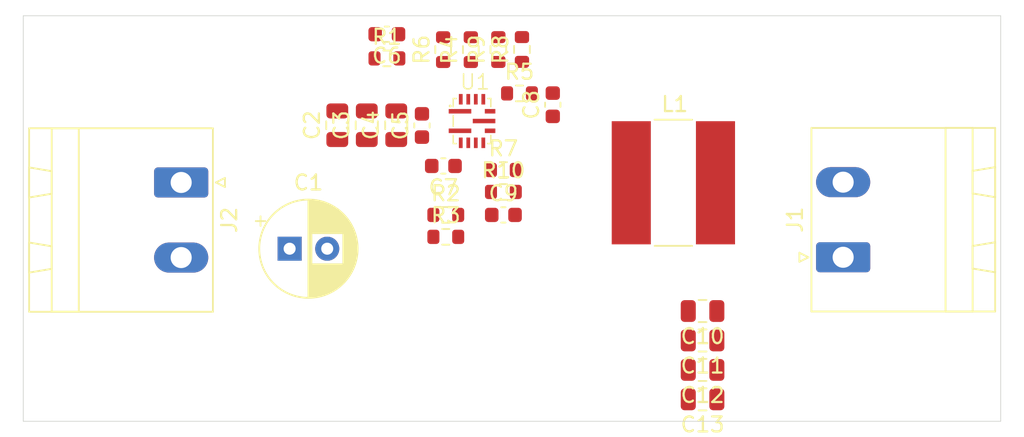
<source format=kicad_pcb>
(kicad_pcb (version 20240108) (generator "pcbnew") (generator_version "8.0")
  (layers (0 "F.Cu" signal) (31 "B.Cu" signal) (34 "B.Paste" user) (35 "F.Paste" user) (36 "B.SilkS" user "B.Silkscreen") (37 "F.SilkS" user "F.Silkscreen") (38 "B.Mask" user) (39 "F.Mask" user) (44 "Edge.Cuts" user))
  (net 0 "")
  (net 1 "GND")
  (net 2 "+24V")
  (net 3 "Net-(U1-EN)")
  (net 4 "VCC")
  (net 5 "Net-(C8-Pad2)")
  (net 6 "Net-(U1-SW)")
  (net 7 "+5V")
  (net 8 "Net-(U1-FB)")
  (net 9 "Net-(U1-VSEL1)")
  (net 10 "Net-(U1-VSEL2)")
  (net 11 "Net-(U1-ILIM)")
  (net 12 "Net-(U1-BST)")
  (net 13 "Net-(U1-PG)")
  (net 14 "Net-(U1-MODE)")
  (footprint "Capacitor_SMD:C_0805_2012Metric" (layer "F.Cu") (at 204.672499 104.24 180)
    (property "Reference" "C13" (at 0 -1.679999 360) (layer "F.SilkS"))
    (property "Value" "22u")
    (fp_line (start -0.261253 0.735) (end 0.261253 0.735) (stroke (width 0.12)) (layer "F.SilkS"))
    (fp_line (start -0.261253 -0.735) (end 0.261253 -0.735) (stroke (width 0.12)) (layer "F.SilkS"))
    (pad "1" smd roundrect (at -0.949999 0 180) (size 1 1.45) (layers "F.Cu" "F.Paste" "F.Mask") (net 7 "+5V"))
    (pad "2" smd roundrect (at 0.949999 0 180) (size 1 1.45) (layers "F.Cu" "F.Paste" "F.Mask") (net 1 "GND"))
  )
  (footprint "Capacitor_SMD:C_0805_2012Metric" (layer "F.Cu") (at 184.3025 85.989999 90)
    (property "Reference" "C4" (at 0 -1.679999 90) (layer "F.SilkS"))
    (property "Value" "10u")
    (fp_line (start -0.261253 -0.735) (end 0.261253 -0.735) (stroke (width 0.12)) (layer "F.SilkS"))
    (fp_line (start -0.261253 0.735) (end 0.261253 0.735) (stroke (width 0.12)) (layer "F.SilkS"))
    (pad "1" smd roundrect (at -0.949999 0 90) (size 1 1.45) (layers "F.Cu" "F.Paste" "F.Mask") (net 2 "+24V"))
    (pad "2" smd roundrect (at 0.949999 0 90) (size 1 1.45) (layers "F.Cu" "F.Paste" "F.Mask") (net 1 "GND"))
  )
  (footprint "Capacitor_SMD:C_0805_2012Metric" (layer "F.Cu") (at 204.672499 100.32 180)
    (property "Reference" "C11" (at 0 -1.679999 360) (layer "F.SilkS"))
    (property "Value" "22u")
    (fp_line (start -0.261253 0.735) (end 0.261253 0.735) (stroke (width 0.12)) (layer "F.SilkS"))
    (fp_line (start -0.261253 -0.735) (end 0.261253 -0.735) (stroke (width 0.12)) (layer "F.SilkS"))
    (pad "1" smd roundrect (at -0.949999 0 180) (size 1 1.45) (layers "F.Cu" "F.Paste" "F.Mask") (net 7 "+5V"))
    (pad "2" smd roundrect (at 0.949999 0 180) (size 1 1.45) (layers "F.Cu" "F.Paste" "F.Mask") (net 1 "GND"))
  )
  (footprint "Resistor_SMD:R_0603_1608Metric" (layer "F.Cu") (at 192.6625 80.945 90)
    (property "Reference" "R8" (at 0 -1.43 90) (layer "F.SilkS"))
    (property "Value" "0")
    (fp_line (start -0.237258 -0.5225) (end 0.237258 -0.5225) (stroke (width 0.12)) (layer "F.SilkS"))
    (fp_line (start -0.237258 0.5225) (end 0.237258 0.5225) (stroke (width 0.12)) (layer "F.SilkS"))
    (pad "1" smd roundrect (at -0.825 0 90) (size 0.8 0.95) (layers "F.Cu" "F.Paste" "F.Mask") (net 14 "Net-(U1-MODE)"))
    (pad "2" smd roundrect (at 0.825 0 90) (size 0.8 0.95) (layers "F.Cu" "F.Paste" "F.Mask") (net 4 "VCC"))
  )
  (footprint "Resistor_SMD:R_0603_1608Metric" (layer "F.Cu") (at 189.2625 80.955 90)
    (property "Reference" "R4" (at 0 -1.43 90) (layer "F.SilkS"))
    (property "Value" "51k")
    (fp_line (start -0.237258 -0.5225) (end 0.237258 -0.5225) (stroke (width 0.12)) (layer "F.SilkS"))
    (fp_line (start -0.237258 0.5225) (end 0.237258 0.5225) (stroke (width 0.12)) (layer "F.SilkS"))
    (pad "1" smd roundrect (at -0.825 0 90) (size 0.8 0.95) (layers "F.Cu" "F.Paste" "F.Mask") (net 11 "Net-(U1-ILIM)"))
    (pad "2" smd roundrect (at 0.825 0 90) (size 0.8 0.95) (layers "F.Cu" "F.Paste" "F.Mask") (net 1 "GND"))
  )
  (footprint "Capacitor_SMD:C_0603_1608Metric" (layer "F.Cu") (at 183.6775 79.93 180)
    (property "Reference" "C6" (at 0 -1.43 360) (layer "F.SilkS"))
    (property "Value" "1n")
    (fp_line (start -0.140581 0.51) (end 0.140581 0.51) (stroke (width 0.12)) (layer "F.SilkS"))
    (fp_line (start -0.140581 -0.51) (end 0.140581 -0.51) (stroke (width 0.12)) (layer "F.SilkS"))
    (pad "1" smd roundrect (at -0.775 0 180) (size 0.9 0.95) (layers "F.Cu" "F.Paste" "F.Mask") (net 3 "Net-(U1-EN)"))
    (pad "2" smd roundrect (at 0.775 0 180) (size 0.9 0.95) (layers "F.Cu" "F.Paste" "F.Mask") (net 1 "GND"))
  )
  (footprint "Resistor_SMD:R_0603_1608Metric" (layer "F.Cu") (at 187.5975 91.96)
    (property "Reference" "R2" (at 0 -1.43 0) (layer "F.SilkS"))
    (property "Value" "10k")
    (fp_line (start -0.237258 -0.5225) (end 0.237258 -0.5225) (stroke (width 0.12)) (layer "F.SilkS"))
    (fp_line (start -0.237258 0.5225) (end 0.237258 0.5225) (stroke (width 0.12)) (layer "F.SilkS"))
    (pad "1" smd roundrect (at -0.825 0) (size 0.8 0.95) (layers "F.Cu" "F.Paste" "F.Mask") (net 4 "VCC"))
    (pad "2" smd roundrect (at 0.825 0) (size 0.8 0.95) (layers "F.Cu" "F.Paste" "F.Mask") (net 9 "Net-(U1-VSEL1)"))
  )
  (footprint "Connector_Phoenix_MSTB:PhoenixContact_MSTBA_2,5_2-G_1x02_P5.00mm_Horizontal" (layer "F.Cu") (at 170 89.8 -90)
    (property "Reference" "J2" (at 2.5 -3.2 90) (layer "F.SilkS"))
    (property "Value" "Conn_01x02")
    (fp_line (start -3.61 10.11) (end 8.61 10.11) (stroke (width 0.12)) (layer "F.SilkS"))
    (fp_line (start -1 10.11) (end 1 10.11) (stroke (width 0.12)) (layer "F.SilkS"))
    (fp_line (start 1 10.11) (end 0.75 8.609999) (stroke (width 0.12)) (layer "F.SilkS"))
    (fp_line (start 4.000001 10.11) (end 6 10.11) (stroke (width 0.12)) (layer "F.SilkS"))
    (fp_line (start 6 10.11) (end 5.75 8.609999) (stroke (width 0.12)) (layer "F.SilkS"))
    (fp_line (start 8.61 10.11) (end 8.61 -2.11) (stroke (width 0.12)) (layer "F.SilkS"))
    (fp_line (start -3.61 8.61) (end -3.61 6.81) (stroke (width 0.12)) (layer "F.SilkS"))
    (fp_line (start 4.25 8.61) (end 4.000001 10.11) (stroke (width 0.12)) (layer "F.SilkS"))
    (fp_line (start 8.61 8.61) (end -3.61 8.61) (stroke (width 0.12)) (layer "F.SilkS"))
    (fp_line (start -0.75 8.609999) (end -1 10.11) (stroke (width 0.12)) (layer "F.SilkS"))
    (fp_line (start 0.75 8.609999) (end -0.75 8.609999) (stroke (width 0.12)) (layer "F.SilkS"))
    (fp_line (start 5.75 8.609999) (end 4.25 8.61) (stroke (width 0.12)) (layer "F.SilkS"))
    (fp_line (start -3.61 6.81) (end 8.61 6.81) (stroke (width 0.12)) (layer "F.SilkS"))
    (fp_line (start 8.61 6.81) (end 8.61 8.61) (stroke (width 0.12)) (layer "F.SilkS"))
    (fp_line (start -3.61 -2.11) (end -3.61 10.11) (stroke (width 0.12)) (layer "F.SilkS"))
    (fp_line (start 8.61 -2.11) (end -3.61 -2.11) (stroke (width 0.12)) (layer "F.SilkS"))
    (fp_line (start 0 -2.31) (end -0.3 -2.91) (stroke (width 0.12)) (layer "F.SilkS"))
    (fp_line (start -0.3 -2.91) (end 0.3 -2.91) (stroke (width 0.12)) (layer "F.SilkS"))
    (fp_line (start 0.3 -2.91) (end 0 -2.31) (stroke (width 0.12)) (layer "F.SilkS"))
    (pad "1" thru_hole roundrect (at 0 0 270) (size 2 3.6) (drill 1.4) (layers "*.Cu" "*.Mask") (roundrect_rratio 0.125) (net 1 "GND"))
    (pad "2" thru_hole oval (at 5 0 270) (size 2 3.6) (drill 1.4) (layers "*.Cu" "*.Mask") (net 2 "+24V"))
  )
  (footprint "Resistor_SMD:R_0603_1608Metric" (layer "F.Cu") (at 183.6825 81.54)
    (property "Reference" "R1" (at 0 -1.43 0) (layer "F.SilkS"))
    (property "Value" "300k")
    (fp_line (start -0.237258 -0.5225) (end 0.237258 -0.5225) (stroke (width 0.12)) (layer "F.SilkS"))
    (fp_line (start -0.237258 0.5225) (end 0.237258 0.5225) (stroke (width 0.12)) (layer "F.SilkS"))
    (pad "1" smd roundrect (at -0.825 0) (size 0.8 0.95) (layers "F.Cu" "F.Paste" "F.Mask") (net 2 "+24V"))
    (pad "2" smd roundrect (at 0.825 0) (size 0.8 0.95) (layers "F.Cu" "F.Paste" "F.Mask") (net 3 "Net-(U1-EN)"))
  )
  (footprint "Inductor_SMD:L_Bourns-SRN8040_8x8.15mm" (layer "F.Cu") (at 202.7325 89.82)
    (property "Reference" "L1" (at 0.09 -5.23 0) (layer "F.SilkS"))
    (property "Value" "4u7")
    (fp_line (start -1.25 4.2) (end 1.25 4.2) (stroke (width 0.12)) (layer "F.SilkS"))
    (fp_line (start 1.25 -4.2) (end -1.25 -4.2) (stroke (width 0.12)) (layer "F.SilkS"))
    (pad "1" smd rect (at -2.8 0) (size 2.6 8.2) (layers "F.Cu" "F.Paste" "F.Mask") (net 6 "Net-(U1-SW)"))
    (pad "2" smd rect (at 2.8 0) (size 2.6 8.2) (layers "F.Cu" "F.Paste" "F.Mask") (net 7 "+5V"))
  )
  (footprint "Resistor_SMD:R_0603_1608Metric" (layer "F.Cu") (at 191.4275 90.43)
    (property "Reference" "R10" (at 0 -1.43 0) (layer "F.SilkS"))
    (property "Value" "100k")
    (fp_line (start -0.237258 -0.5225) (end 0.237258 -0.5225) (stroke (width 0.12)) (layer "F.SilkS"))
    (fp_line (start -0.237258 0.5225) (end 0.237258 0.5225) (stroke (width 0.12)) (layer "F.SilkS"))
    (pad "1" smd roundrect (at -0.825 0) (size 0.8 0.95) (layers "F.Cu" "F.Paste" "F.Mask") (net 7 "+5V"))
    (pad "2" smd roundrect (at 0.825 0) (size 0.8 0.95) (layers "F.Cu" "F.Paste" "F.Mask") (net 8 "Net-(U1-FB)"))
  )
  (footprint "Capacitor_THT:CP_Radial_D6.3mm_P2.50mm" (layer "F.Cu") (at 177.2125 94.21)
    (property "Reference" "C1" (at 1.25 -4.4 0) (layer "F.SilkS"))
    (property "Value" "100u")
    (fp_line (start -2.250241 -1.839) (end -1.620241 -1.839) (stroke (width 0.12)) (layer "F.SilkS"))
    (fp_line (start -1.935241 -2.154) (end -1.935241 -1.524) (stroke (width 0.12)) (layer "F.SilkS"))
    (fp_line (start 1.25 -3.23) (end 1.25 3.23) (stroke (width 0.12)) (layer "F.SilkS"))
    (fp_line (start 1.29 -3.23) (end 1.29 3.23) (stroke (width 0.12)) (layer "F.SilkS"))
    (fp_line (start 1.33 -3.23) (end 1.33 3.23) (stroke (width 0.12)) (layer "F.SilkS"))
    (fp_line (start 1.37 -3.228) (end 1.37 3.228) (stroke (width 0.12)) (layer "F.SilkS"))
    (fp_line (start 1.41 -3.227) (end 1.41 3.227) (stroke (width 0.12)) (layer "F.SilkS"))
    (fp_line (start 1.45 -3.224) (end 1.45 3.224) (stroke (width 0.12)) (layer "F.SilkS"))
    (fp_line (start 1.49 -3.222) (end 1.49 -1.04) (stroke (width 0.12)) (layer "F.SilkS"))
    (fp_line (start 1.49 1.04) (end 1.49 3.222) (stroke (width 0.12)) (layer "F.SilkS"))
    (fp_line (start 1.53 -3.218) (end 1.53 -1.04) (stroke (width 0.12)) (layer "F.SilkS"))
    (fp_line (start 1.53 1.04) (end 1.53 3.218) (stroke (width 0.12)) (layer "F.SilkS"))
    (fp_line (start 1.57 -3.215) (end 1.57 -1.04) (stroke (width 0.12)) (layer "F.SilkS"))
    (fp_line (start 1.57 1.04) (end 1.57 3.215) (stroke (width 0.12)) (layer "F.SilkS"))
    (fp_line (start 1.61 -3.211) (end 1.61 -1.04) (stroke (width 0.12)) (layer "F.SilkS"))
    (fp_line (start 1.61 1.04) (end 1.61 3.211) (stroke (width 0.12)) (layer "F.SilkS"))
    (fp_line (start 1.65 -3.206) (end 1.65 -1.04) (stroke (width 0.12)) (layer "F.SilkS"))
    (fp_line (start 1.65 1.04) (end 1.65 3.206) (stroke (width 0.12)) (layer "F.SilkS"))
    (fp_line (start 1.69 -3.201) (end 1.69 -1.04) (stroke (width 0.12)) (layer "F.SilkS"))
    (fp_line (start 1.69 1.04) (end 1.69 3.201) (stroke (width 0.12)) (layer "F.SilkS"))
    (fp_line (start 1.73 -3.195) (end 1.73 -1.04) (stroke (width 0.12)) (layer "F.SilkS"))
    (fp_line (start 1.73 1.04) (end 1.73 3.195) (stroke (width 0.12)) (layer "F.SilkS"))
    (fp_line (start 1.77 -3.189) (end 1.77 -1.04) (stroke (width 0.12)) (layer "F.SilkS"))
    (fp_line (start 1.77 1.04) (end 1.77 3.189) (stroke (width 0.12)) (layer "F.SilkS"))
    (fp_line (start 1.81 -3.182) (end 1.81 -1.04) (stroke (width 0.12)) (layer "F.SilkS"))
    (fp_line (start 1.81 1.04) (end 1.81 3.182) (stroke (width 0.12)) (layer "F.SilkS"))
    (fp_line (start 1.85 -3.175) (end 1.85 -1.04) (stroke (width 0.12)) (layer "F.SilkS"))
    (fp_line (start 1.85 1.04) (end 1.85 3.175) (stroke (width 0.12)) (layer "F.SilkS"))
    (fp_line (start 1.89 -3.167) (end 1.89 -1.04) (stroke (width 0.12)) (layer "F.SilkS"))
    (fp_line (start 1.89 1.04) (end 1.89 3.167) (stroke (width 0.12)) (layer "F.SilkS"))
    (fp_line (start 1.93 -3.159) (end 1.93 -1.04) (stroke (width 0.12)) (layer "F.SilkS"))
    (fp_line (start 1.93 1.04) (end 1.93 3.159) (stroke (width 0.12)) (layer "F.SilkS"))
    (fp_line (start 1.971 -3.15) (end 1.971 -1.04) (stroke (width 0.12)) (layer "F.SilkS"))
    (fp_line (start 1.971 1.04) (end 1.971 3.15) (stroke (width 0.12)) (layer "F.SilkS"))
    (fp_line (start 2.011 -3.141) (end 2.011 -1.04) (stroke (width 0.12)) (layer "F.SilkS"))
    (fp_line (start 2.011 1.04) (end 2.011 3.141) (stroke (width 0.12)) (layer "F.SilkS"))
    (fp_line (start 2.051 -3.131) (end 2.051 -1.04) (stroke (width 0.12)) (layer "F.SilkS"))
    (fp_line (start 2.051 1.04) (end 2.051 3.131) (stroke (width 0.12)) (layer "F.SilkS"))
    (fp_line (start 2.091 -3.121) (end 2.091 -1.04) (stroke (width 0.12)) (layer "F.SilkS"))
    (fp_line (start 2.091 1.04) (end 2.091 3.121) (stroke (width 0.12)) (layer "F.SilkS"))
    (fp_line (start 2.131 -3.11) (end 2.131 -1.04) (stroke (width 0.12)) (layer "F.SilkS"))
    (fp_line (start 2.131 1.04) (end 2.131 3.11) (stroke (width 0.12)) (layer "F.SilkS"))
    (fp_line (start 2.171 -3.098) (end 2.171 -1.04) (stroke (width 0.12)) (layer "F.SilkS"))
    (fp_line (start 2.171 1.04) (end 2.171 3.098) (stroke (width 0.12)) (layer "F.SilkS"))
    (fp_line (start 2.211 -3.086) (end 2.211 -1.04) (stroke (width 0.12)) (layer "F.SilkS"))
    (fp_line (start 2.211 1.04) (end 2.211 3.086) (stroke (width 0.12)) (layer "F.SilkS"))
    (fp_line (start 2.251 -3.074) (end 2.251 -1.04) (stroke (width 0.12)) (layer "F.SilkS"))
    (fp_line (start 2.251 1.04) (end 2.251 3.074) (stroke (width 0.12)) (layer "F.SilkS"))
    (fp_line (start 2.291 -3.061) (end 2.291 -1.04) (stroke (width 0.12)) (layer "F.SilkS"))
    (fp_line (start 2.291 1.04) (end 2.291 3.061) (stroke (width 0.12)) (layer "F.SilkS"))
    (fp_line (start 2.331 -3.047) (end 2.331 -1.04) (stroke (width 0.12)) (layer "F.SilkS"))
    (fp_line (start 2.331 1.04) (end 2.331 3.047) (stroke (width 0.12)) (layer "F.SilkS"))
    (fp_line (start 2.371 -3.033) (end 2.371 -1.04) (stroke (width 0.12)) (layer "F.SilkS"))
    (fp_line (start 2.371 1.04) (end 2.371 3.033) (stroke (width 0.12)) (layer "F.SilkS"))
    (fp_line (start 2.411 -3.018) (end 2.411 -1.04) (stroke (width 0.12)) (layer "F.SilkS"))
    (fp_line (start 2.411 1.04) (end 2.411 3.018) (stroke (width 0.12)) (layer "F.SilkS"))
    (fp_line (start 2.451 -3.002) (end 2.451 -1.04) (stroke (width 0.12)) (layer "F.SilkS"))
    (fp_line (start 2.451 1.04) (end 2.451 3.002) (stroke (width 0.12)) (layer "F.SilkS"))
    (fp_line (start 2.491 -2.986) (end 2.491 -1.04) (stroke (width 0.12)) (layer "F.SilkS"))
    (fp_line (start 2.491 1.04) (end 2.491 2.986) (stroke (width 0.12)) (layer "F.SilkS"))
    (fp_line (start 2.531 -2.97) (end 2.531 -1.04) (stroke (width 0.12)) (layer "F.SilkS"))
    (fp_line (start 2.531 1.04) (end 2.531 2.97) (stroke (width 0.12)) (layer "F.SilkS"))
    (fp_line (start 2.571 -2.952) (end 2.571 -1.04) (stroke (width 0.12)) (layer "F.SilkS"))
    (fp_line (start 2.571 1.04) (end 2.571 2.952) (stroke (width 0.12)) (layer "F.SilkS"))
    (fp_line (start 2.611 -2.934) (end 2.611 -1.04) (stroke (width 0.12)) (layer "F.SilkS"))
    (fp_line (start 2.611 1.04) (end 2.611 2.934) (stroke (width 0.12)) (layer "F.SilkS"))
    (fp_line (start 2.651 -2.916) (end 2.651 -1.04) (stroke (width 0.12)) (layer "F.SilkS"))
    (fp_line (start 2.651 1.04) (end 2.651 2.916) (stroke (width 0.12)) (layer "F.SilkS"))
    (fp_line (start 2.691 -2.896) (end 2.691 -1.04) (stroke (width 0.12)) (layer "F.SilkS"))
    (fp_line (start 2.691 1.04) (end 2.691 2.896) (stroke (width 0.12)) (layer "F.SilkS"))
    (fp_line (start 2.731 -2.876) (end 2.731 -1.04) (stroke (width 0.12)) (layer "F.SilkS"))
    (fp_line (start 2.731 1.04) (end 2.731 2.876) (stroke (width 0.12)) (layer "F.SilkS"))
    (fp_line (start 2.771 -2.856) (end 2.771 -1.04) (stroke (width 0.12)) (layer "F.SilkS"))
    (fp_line (start 2.771 1.04) (end 2.771 2.856) (stroke (width 0.12)) (layer "F.SilkS"))
    (fp_line (start 2.811 -2.834) (end 2.811 -1.04) (stroke (width 0.12)) (layer "F.SilkS"))
    (fp_line (start 2.811 1.04) (end 2.811 2.834) (stroke (width 0.12)) (layer "F.SilkS"))
    (fp_line (start 2.851 -2.812) (end 2.851 -1.04) (stroke (width 0.12)) (layer "F.SilkS"))
    (fp_line (start 2.851 1.04) (end 2.851 2.812) (stroke (width 0.12)) (layer "F.SilkS"))
    (fp_line (start 2.891 -2.79) (end 2.891 -1.04) (stroke (width 0.12)) (layer "F.SilkS"))
    (fp_line (start 2.891 1.04) (end 2.891 2.79) (stroke (width 0.12)) (layer "F.SilkS"))
    (fp_line (start 2.931 -2.766) (end 2.931 -1.04) (stroke (width 0.12)) (layer "F.SilkS"))
    (fp_line (start 2.931 1.04) (end 2.931 2.766) (stroke (width 0.12)) (layer "F.SilkS"))
    (fp_line (start 2.971 -2.742) (end 2.971 -1.04) (stroke (width 0.12)) (layer "F.SilkS"))
    (fp_line (start 2.971 1.04) (end 2.971 2.742) (stroke (width 0.12)) (layer "F.SilkS"))
    (fp_line (start 3.011 -2.716) (end 3.011 -1.04) (stroke (width 0.12)) (layer "F.SilkS"))
    (fp_line (start 3.011 1.04) (end 3.011 2.716) (stroke (width 0.12)) (layer "F.SilkS"))
    (fp_line (start 3.051 -2.69) (end 3.051 -1.04) (stroke (width 0.12)) (layer "F.SilkS"))
    (fp_line (start 3.051 1.04) (end 3.051 2.69) (stroke (width 0.12)) (layer "F.SilkS"))
    (fp_line (start 3.091 -2.664) (end 3.091 -1.04) (stroke (width 0.12)) (layer "F.SilkS"))
    (fp_line (start 3.091 1.04) (end 3.091 2.664) (stroke (width 0.12)) (layer "F.SilkS"))
    (fp_line (start 3.131 -2.636) (end 3.131 -1.04) (stroke (width 0.12)) (layer "F.SilkS"))
    (fp_line (start 3.131 1.04) (end 3.131 2.636) (stroke (width 0.12)) (layer "F.SilkS"))
    (fp_line (start 3.171 -2.607) (end 3.171 -1.04) (stroke (width 0.12)) (layer "F.SilkS"))
    (fp_line (start 3.171 1.04) (end 3.171 2.607) (stroke (width 0.12)) (layer "F.SilkS"))
    (fp_line (start 3.211 -2.578) (end 3.211 -1.04) (stroke (width 0.12)) (layer "F.SilkS"))
    (fp_line (start 3.211 1.04) (end 3.211 2.578) (stroke (width 0.12)) (layer "F.SilkS"))
    (fp_line (start 3.251 -2.548) (end 3.251 -1.04) (stroke (width 0.12)) (layer "F.SilkS"))
    (fp_line (start 3.251 1.04) (end 3.251 2.548) (stroke (width 0.12)) (layer "F.SilkS"))
    (fp_line (start 3.291 -2.516) (end 3.291 -1.04) (stroke (width 0.12)) (layer "F.SilkS"))
    (fp_line (start 3.291 1.04) (end 3.291 2.516) (stroke (width 0.12)) (layer "F.SilkS"))
    (fp_line (start 3.331 -2.484) (end 3.331 -1.04) (stroke (width 0.12)) (layer "F.SilkS"))
    (fp_line (start 3.331 1.04) (end 3.331 2.484) (stroke (width 0.12)) (layer "F.SilkS"))
    (fp_line (start 3.371 -2.45) (end 3.371 -1.04) (stroke (width 0.12)) (layer "F.SilkS"))
    (fp_line (start 3.371 1.04) (end 3.371 2.45) (stroke (width 0.12)) (layer "F.SilkS"))
    (fp_line (start 3.411 -2.416) (end 3.411 -1.04) (stroke (width 0.12)) (layer "F.SilkS"))
    (fp_line (start 3.411 1.04) (end 3.411 2.416) (stroke (width 0.12)) (layer "F.SilkS"))
    (fp_line (start 3.451 -2.38) (end 3.451 -1.04) (stroke (width 0.12)) (layer "F.SilkS"))
    (fp_line (start 3.451 1.04) (end 3.451 2.38) (stroke (width 0.12)) (layer "F.SilkS"))
    (fp_line (start 3.491 -2.343) (end 3.491 -1.04) (stroke (width 0.12)) (layer "F.SilkS"))
    (fp_line (start 3.491 1.04) (end 3.491 2.343) (stroke (width 0.12)) (layer "F.SilkS"))
    (fp_line (start 3.531 -2.305) (end 3.531 -1.04) (stroke (width 0.12)) (layer "F.SilkS"))
    (fp_line (start 3.531 1.04) (end 3.531 2.305) (stroke (width 0.12)) (layer "F.SilkS"))
    (fp_line (start 3.571 -2.265) (end 3.571 2.265) (stroke (width 0.12)) (layer "F.SilkS"))
    (fp_line (start 3.611 -2.224) (end 3.611 2.224) (stroke (width 0.12)) (layer "F.SilkS"))
    (fp_line (start 3.651 -2.182) (end 3.651 2.182) (stroke (width 0.12)) (layer "F.SilkS"))
    (fp_line (start 3.691 -2.137) (end 3.691 2.137) (stroke (width 0.12)) (layer "F.SilkS"))
    (fp_line (start 3.731 -2.092) (end 3.731 2.092) (stroke (width 0.12)) (layer "F.SilkS"))
    (fp_line (start 3.771 -2.044) (end 3.771 2.044) (stroke (width 0.12)) (layer "F.SilkS"))
    (fp_line (start 3.811 -1.995) (end 3.811 1.995) (stroke (width 0.12)) (layer "F.SilkS"))
    (fp_line (start 3.851 -1.944) (end 3.851 1.944) (stroke (width 0.12)) (layer "F.SilkS"))
    (fp_line (start 3.891 -1.89) (end 3.891 1.89) (stroke (width 0.12)) (layer "F.SilkS"))
    (fp_line (start 3.931 -1.834) (end 3.931 1.834) (stroke (width 0.12)) (layer "F.SilkS"))
    (fp_line (start 3.971 -1.776) (end 3.971 1.776) (stroke (width 0.12)) (layer "F.SilkS"))
    (fp_line (start 4.011 -1.714) (end 4.011 1.714) (stroke (width 0.12)) (layer "F.SilkS"))
    (fp_line (start 4.051 -1.65) (end 4.051 1.65) (stroke (width 0.12)) (layer "F.SilkS"))
    (fp_line (start 4.091 -1.581) (end 4.091 1.581) (stroke (width 0.12)) (layer "F.SilkS"))
    (fp_line (start 4.131 -1.509) (end 4.131 1.509) (stroke (width 0.12)) (layer "F.SilkS"))
    (fp_line (start 4.171 -1.432) (end 4.171 1.432) (stroke (width 0.12)) (layer "F.SilkS"))
    (fp_line (start 4.211 -1.35) (end 4.211 1.35) (stroke (width 0.12)) (layer "F.SilkS"))
    (fp_line (start 4.251 -1.262) (end 4.251 1.262) (stroke (width 0.12)) (layer "F.SilkS"))
    (fp_line (start 4.291 -1.165) (end 4.291 1.165) (stroke (width 0.12)) (layer "F.SilkS"))
    (fp_line (start 4.331 -1.059) (end 4.331 1.059) (stroke (width 0.12)) (layer "F.SilkS"))
    (fp_line (start 4.371 -0.94) (end 4.371 0.94) (stroke (width 0.12)) (layer "F.SilkS"))
    (fp_line (start 4.411 -0.802) (end 4.411 0.802) (stroke (width 0.12)) (layer "F.SilkS"))
    (fp_line (start 4.451 -0.633) (end 4.451 0.633) (stroke (width 0.12)) (layer "F.SilkS"))
    (fp_line (start 4.491 -0.402) (end 4.491 0.402) (stroke (width 0.12)) (layer "F.SilkS"))
    (fp_circle (center 1.25 0) (end 4.52 0) (stroke (width 0.12)) (fill none) (layer "F.SilkS"))
    (pad "1" thru_hole rect (at 0 0) (size 1.6 1.6) (drill 0.8) (layers "*.Cu" "*.Mask") (net 2 "+24V"))
    (pad "2" thru_hole circle (at 2.5 0) (size 1.6 1.6) (drill 0.8) (layers "*.Cu" "*.Mask") (net 1 "GND"))
  )
  (footprint "Capacitor_SMD:C_0603_1608Metric" (layer "F.Cu") (at 194.7125 84.625 90)
    (property "Reference" "C8" (at 0 -1.43 90) (layer "F.SilkS"))
    (property "Value" "1u")
    (fp_line (start -0.140581 -0.51) (end 0.140581 -0.51) (stroke (width 0.12)) (layer "F.SilkS"))
    (fp_line (start -0.140581 0.51) (end 0.140581 0.51) (stroke (width 0.12)) (layer "F.SilkS"))
    (pad "1" smd roundrect (at -0.775 0 90) (size 0.9 0.95) (layers "F.Cu" "F.Paste" "F.Mask") (net 6 "Net-(U1-SW)"))
    (pad "2" smd roundrect (at 0.775 0 90) (size 0.9 0.95) (layers "F.Cu" "F.Paste" "F.Mask") (net 5 "Net-(C8-Pad2)"))
  )
  (footprint "Resistor_SMD:R_0603_1608Metric" (layer "F.Cu") (at 187.5975 93.42)
    (property "Reference" "R3" (at 0 -1.43 0) (layer "F.SilkS"))
    (property "Value" "10k")
    (fp_line (start -0.237258 -0.5225) (end 0.237258 -0.5225) (stroke (width 0.12)) (layer "F.SilkS"))
    (fp_line (start -0.237258 0.5225) (end 0.237258 0.5225) (stroke (width 0.12)) (layer "F.SilkS"))
    (pad "1" smd roundrect (at -0.825 0) (size 0.8 0.95) (layers "F.Cu" "F.Paste" "F.Mask") (net 4 "VCC"))
    (pad "2" smd roundrect (at 0.825 0) (size 0.8 0.95) (layers "F.Cu" "F.Paste" "F.Mask") (net 10 "Net-(U1-VSEL2)"))
  )
  (footprint "Connector_Phoenix_MSTB:PhoenixContact_MSTBA_2,5_2-G_1x02_P5.00mm_Horizontal" (layer "F.Cu") (at 214.0225 94.78 90)
    (property "Reference" "J1" (at 2.5 -3.2 90) (layer "F.SilkS"))
    (property "Value" "Conn_01x02")
    (fp_line (start 0.3 -2.91) (end 0 -2.31) (stroke (width 0.12)) (layer "F.SilkS"))
    (fp_line (start -0.3 -2.91) (end 0.3 -2.91) (stroke (width 0.12)) (layer "F.SilkS"))
    (fp_line (start 0 -2.31) (end -0.3 -2.91) (stroke (width 0.12)) (layer "F.SilkS"))
    (fp_line (start 8.61 -2.11) (end -3.61 -2.11) (stroke (width 0.12)) (layer "F.SilkS"))
    (fp_line (start -3.61 -2.11) (end -3.61 10.11) (stroke (width 0.12)) (layer "F.SilkS"))
    (fp_line (start 8.61 6.81) (end 8.61 8.61) (stroke (width 0.12)) (layer "F.SilkS"))
    (fp_line (start -3.61 6.81) (end 8.61 6.81) (stroke (width 0.12)) (layer "F.SilkS"))
    (fp_line (start 5.75 8.609999) (end 4.25 8.61) (stroke (width 0.12)) (layer "F.SilkS"))
    (fp_line (start 0.75 8.609999) (end -0.75 8.609999) (stroke (width 0.12)) (layer "F.SilkS"))
    (fp_line (start -0.75 8.609999) (end -1 10.11) (stroke (width 0.12)) (layer "F.SilkS"))
    (fp_line (start 8.61 8.61) (end -3.61 8.61) (stroke (width 0.12)) (layer "F.SilkS"))
    (fp_line (start 4.25 8.61) (end 4.000001 10.11) (stroke (width 0.12)) (layer "F.SilkS"))
    (fp_line (start -3.61 8.61) (end -3.61 6.81) (stroke (width 0.12)) (layer "F.SilkS"))
    (fp_line (start 8.61 10.11) (end 8.61 -2.11) (stroke (width 0.12)) (layer "F.SilkS"))
    (fp_line (start 6 10.11) (end 5.75 8.609999) (stroke (width 0.12)) (layer "F.SilkS"))
    (fp_line (start 4.000001 10.11) (end 6 10.11) (stroke (width 0.12)) (layer "F.SilkS"))
    (fp_line (start 1 10.11) (end 0.75 8.609999) (stroke (width 0.12)) (layer "F.SilkS"))
    (fp_line (start -1 10.11) (end 1 10.11) (stroke (width 0.12)) (layer "F.SilkS"))
    (fp_line (start -3.61 10.11) (end 8.61 10.11) (stroke (width 0.12)) (layer "F.SilkS"))
    (pad "1" thru_hole roundrect (at 0 0 90) (size 2 3.6) (drill 1.4) (layers "*.Cu" "*.Mask") (roundrect_rratio 0.125) (net 1 "GND"))
    (pad "2" thru_hole oval (at 5 0 90) (size 2 3.6) (drill 1.4) (layers "*.Cu" "*.Mask") (net 7 "+5V"))
  )
  (footprint "Resistor_SMD:R_0603_1608Metric" (layer "F.Cu") (at 191.4275 88.97)
    (property "Reference" "R7" (at 0 -1.43 0) (layer "F.SilkS"))
    (property "Value" "11k")
    (fp_line (start -0.237258 -0.5225) (end 0.237258 -0.5225) (stroke (width 0.12)) (layer "F.SilkS"))
    (fp_line (start -0.237258 0.5225) (end 0.237258 0.5225) (stroke (width 0.12)) (layer "F.SilkS"))
    (pad "1" smd roundrect (at -0.825 0) (size 0.8 0.95) (layers "F.Cu" "F.Paste" "F.Mask") (net 8 "Net-(U1-FB)"))
    (pad "2" smd roundrect (at 0.825 0) (size 0.8 0.95) (layers "F.Cu" "F.Paste" "F.Mask") (net 1 "GND"))
  )
  (footprint "Resistor_SMD:R_0603_1608Metric" (layer "F.Cu") (at 187.4225 80.955 90)
    (property "Reference" "R6" (at 0 -1.43 90) (layer "F.SilkS"))
    (property "Value" "10k")
    (fp_line (start -0.237258 -0.5225) (end 0.237258 -0.5225) (stroke (width 0.12)) (layer "F.SilkS"))
    (fp_line (start -0.237258 0.5225) (end 0.237258 0.5225) (stroke (width 0.12)) (layer "F.SilkS"))
    (pad "1" smd roundrect (at -0.825 0 90) (size 0.8 0.95) (layers "F.Cu" "F.Paste" "F.Mask") (net 13 "Net-(U1-PG)"))
    (pad "2" smd roundrect (at 0.825 0 90) (size 0.8 0.95) (layers "F.Cu" "F.Paste" "F.Mask") (net 4 "VCC"))
  )
  (footprint "Capacitor_SMD:C_0603_1608Metric" (layer "F.Cu") (at 191.4275 91.96)
    (property "Reference" "C9" (at 0 -1.43 0) (layer "F.SilkS"))
    (property "Value" "22p")
    (fp_line (start -0.14058 -0.51) (end 0.14058 -0.51) (stroke (width 0.12)) (layer "F.SilkS"))
    (fp_line (start -0.14058 0.51) (end 0.14058 0.51) (stroke (width 0.12)) (layer "F.SilkS"))
    (pad "1" smd roundrect (at -0.775 0) (size 0.9 0.95) (layers "F.Cu" "F.Paste" "F.Mask") (net 7 "+5V"))
    (pad "2" smd roundrect (at 0.775 0) (size 0.9 0.95) (layers "F.Cu" "F.Paste" "F.Mask") (net 8 "Net-(U1-FB)"))
  )
  (footprint "Capacitor_SMD:C_0805_2012Metric" (layer "F.Cu") (at 182.3425 85.990001 90)
    (property "Reference" "C3" (at 0 -1.679999 90) (layer "F.SilkS"))
    (property "Value" "10u")
    (fp_line (start -0.261253 -0.735) (end 0.261253 -0.735) (stroke (width 0.12)) (layer "F.SilkS"))
    (fp_line (start -0.261253 0.735) (end 0.261253 0.735) (stroke (width 0.12)) (layer "F.SilkS"))
    (pad "1" smd roundrect (at -0.949999 0 90) (size 1 1.45) (layers "F.Cu" "F.Paste" "F.Mask") (net 2 "+24V"))
    (pad "2" smd roundrect (at 0.949999 0 90) (size 1 1.45) (layers "F.Cu" "F.Paste" "F.Mask") (net 1 "GND"))
  )
  (footprint "Capacitor_SMD:C_0805_2012Metric" (layer "F.Cu") (at 204.672499 98.36 180)
    (property "Reference" "C10" (at 0 -1.679999 360) (layer "F.SilkS"))
    (property "Value" "22u")
    (fp_line (start -0.261253 0.735) (end 0.261253 0.735) (stroke (width 0.12)) (layer "F.SilkS"))
    (fp_line (start -0.261253 -0.735) (end 0.261253 -0.735) (stroke (width 0.12)) (layer "F.SilkS"))
    (pad "1" smd roundrect (at -0.949999 0 180) (size 1 1.45) (layers "F.Cu" "F.Paste" "F.Mask") (net 7 "+5V"))
    (pad "2" smd roundrect (at 0.949999 0 180) (size 1 1.45) (layers "F.Cu" "F.Paste" "F.Mask") (net 1 "GND"))
  )
  (footprint "Capacitor_SMD:C_0805_2012Metric" (layer "F.Cu") (at 204.6725 102.28 180)
    (property "Reference" "C12" (at 0 -1.679999 360) (layer "F.SilkS"))
    (property "Value" "22u")
    (fp_line (start -0.261253 0.735) (end 0.261253 0.735) (stroke (width 0.12)) (layer "F.SilkS"))
    (fp_line (start -0.261253 -0.735) (end 0.261253 -0.735) (stroke (width 0.12)) (layer "F.SilkS"))
    (pad "1" smd roundrect (at -0.949999 0 180) (size 1 1.45) (layers "F.Cu" "F.Paste" "F.Mask") (net 7 "+5V"))
    (pad "2" smd roundrect (at 0.949999 0 180) (size 1 1.45) (layers "F.Cu" "F.Paste" "F.Mask") (net 1 "GND"))
  )
  (footprint "Capacitor_SMD:C_0603_1608Metric" (layer "F.Cu") (at 186.0125 86.005 90)
    (property "Reference" "C5" (at 0 -1.43 90) (layer "F.SilkS"))
    (property "Value" "100n")
    (fp_line (start -0.140581 -0.51) (end 0.140581 -0.51) (stroke (width 0.12)) (layer "F.SilkS"))
    (fp_line (start -0.140581 0.51) (end 0.140581 0.51) (stroke (width 0.12)) (layer "F.SilkS"))
    (pad "1" smd roundrect (at -0.775 0 90) (size 0.9 0.95) (layers "F.Cu" "F.Paste" "F.Mask") (net 2 "+24V"))
    (pad "2" smd roundrect (at 0.775 0 90) (size 0.9 0.95) (layers "F.Cu" "F.Paste" "F.Mask") (net 1 "GND"))
  )
  (footprint "Capacitor_SMD:C_0805_2012Metric" (layer "F.Cu") (at 180.3825 85.990001 90)
    (property "Reference" "C2" (at 0 -1.679999 90) (layer "F.SilkS"))
    (property "Value" "10u")
    (fp_line (start -0.261253 -0.735) (end 0.261253 -0.735) (stroke (width 0.12)) (layer "F.SilkS"))
    (fp_line (start -0.261253 0.735) (end 0.261253 0.735) (stroke (width 0.12)) (layer "F.SilkS"))
    (pad "1" smd roundrect (at -0.949999 0 90) (size 1 1.45) (layers "F.Cu" "F.Paste" "F.Mask") (net 2 "+24V"))
    (pad "2" smd roundrect (at 0.949999 0 90) (size 1 1.45) (layers "F.Cu" "F.Paste" "F.Mask") (net 1 "GND"))
  )
  (footprint "Resistor_SMD:R_0603_1608Metric" (layer "F.Cu") (at 192.4975 83.87)
    (property "Reference" "R5" (at 0 -1.43 0) (layer "F.SilkS"))
    (property "Value" "0")
    (fp_line (start -0.237258 -0.5225) (end 0.237258 -0.5225) (stroke (width 0.12)) (layer "F.SilkS"))
    (fp_line (start -0.237258 0.5225) (end 0.237258 0.5225) (stroke (width 0.12)) (layer "F.SilkS"))
    (pad "1" smd roundrect (at -0.825 0) (size 0.8 0.95) (layers "F.Cu" "F.Paste" "F.Mask") (net 12 "Net-(U1-BST)"))
    (pad "2" smd roundrect (at 0.825 0) (size 0.8 0.95) (layers "F.Cu" "F.Paste" "F.Mask") (net 5 "Net-(C8-Pad2)"))
  )
  (footprint "HK:QFN-13_HK" (layer "F.Cu") (at 189.3425 85.71)
    (property "Reference" "U1" (at 0.2 -2.6 0) (layer "F.SilkS") (effects (font (thickness 0.1))))
    (property "Value" "MP2491C")
    (fp_line (start -1.25 -1.5) (end -1.25 -0.95) (stroke (width 0.1)) (layer "F.SilkS"))
    (fp_line (start -1.25 -1.5) (end -1.05 -1.5) (stroke (width 0.1)) (layer "F.SilkS"))
    (fp_line (start -1.25 -0.35) (end -1.25 0.35) (stroke (width 0.1)) (layer "F.SilkS"))
    (fp_line (start -1.25 0.95) (end -1.25 1.5) (stroke (width 0.1)) (layer "F.SilkS"))
    (fp_line (start -1.25 1.5) (end -1.05 1.5) (stroke (width 0.1)) (layer "F.SilkS"))
    (fp_line (start 1.05 -1.5) (end 1.25 -1.5) (stroke (width 0.1)) (layer "F.SilkS"))
    (fp_line (start 1.05 1.5) (end 1.25 1.5) (stroke (width 0.1)) (layer "F.SilkS"))
    (fp_line (start 1.25 -1.5) (end 1.25 -0.95) (stroke (width 0.1)) (layer "F.SilkS"))
    (fp_line (start 1.25 0.95) (end 1.25 1.5) (stroke (width 0.1)) (layer "F.SilkS"))
    (fp_circle (center -1.45 -1) (end -1.4 -1) (stroke (width 0.1)) (fill none) (layer "F.SilkS"))
    (pad "1" smd rect (at -0.8 -0.65) (size 1.5 0.3) (layers "F.Cu" "F.Paste" "F.Mask") (net 2 "+24V"))
    (pad "2" smd rect (at -0.8 0.65) (size 1.5 0.3) (layers "F.Cu" "F.Paste" "F.Mask") (net 1 "GND"))
    (pad "3" smd rect (at -0.75 1.45) (size 0.25 0.7) (layers "F.Cu" "F.Paste" "F.Mask") (net 4 "VCC"))
    (pad "4" smd rect (at -0.25 1.45) (size 0.25 0.7) (layers "F.Cu" "F.Paste" "F.Mask") (net 9 "Net-(U1-VSEL1)"))
    (pad "5" smd rect (at 0.25 1.45) (size 0.25 0.7) (layers "F.Cu" "F.Paste" "F.Mask") (net 10 "Net-(U1-VSEL2)"))
    (pad "6" smd rect (at 0.75 1.45) (size 0.25 0.7) (layers "F.Cu" "F.Paste" "F.Mask") (net 8 "Net-(U1-FB)"))
    (pad "7" smd rect (at 1.2 0.65) (size 0.7 0.3) (layers "F.Cu" "F.Paste" "F.Mask") (net 1 "GND"))
    (pad "8" smd rect (at 0.8 0) (size 1.5 0.3) (layers "F.Cu" "F.Paste" "F.Mask") (net 6 "Net-(U1-SW)"))
    (pad "9" smd rect (at 1.2 -0.65) (size 0.7 0.3) (layers "F.Cu" "F.Paste" "F.Mask") (net 12 "Net-(U1-BST)"))
    (pad "10" smd rect (at 0.75 -1.45) (size 0.25 0.7) (layers "F.Cu" "F.Paste" "F.Mask") (net 14 "Net-(U1-MODE)"))
    (pad "11" smd rect (at 0.25 -1.45) (size 0.25 0.7) (layers "F.Cu" "F.Paste" "F.Mask") (net 3 "Net-(U1-EN)"))
    (pad "12" smd rect (at -0.25 -1.45) (size 0.25 0.7) (layers "F.Cu" "F.Paste" "F.Mask") (net 11 "Net-(U1-ILIM)"))
    (pad "13" smd rect (at -0.75 -1.45) (size 0.25 0.7) (layers "F.Cu" "F.Paste" "F.Mask") (net 13 "Net-(U1-PG)"))
  )
  (footprint "Capacitor_SMD:C_0603_1608Metric" (layer "F.Cu") (at 187.4375 88.7 180)
    (property "Reference" "C7" (at 0 -1.43 360) (layer "F.SilkS"))
    (property "Value" "2u2")
    (fp_line (start -0.140581 0.51) (end 0.140581 0.51) (stroke (width 0.12)) (layer "F.SilkS"))
    (fp_line (start -0.140581 -0.51) (end 0.140581 -0.51) (stroke (width 0.12)) (layer "F.SilkS"))
    (pad "1" smd roundrect (at -0.775 0 180) (size 0.9 0.95) (layers "F.Cu" "F.Paste" "F.Mask") (net 4 "VCC"))
    (pad "2" smd roundrect (at 0.775 0 180) (size 0.9 0.95) (layers "F.Cu" "F.Paste" "F.Mask") (net 1 "GND"))
  )
  (footprint "Resistor_SMD:R_0603_1608Metric" (layer "F.Cu") (at 191.0925 80.95 90)
    (property "Reference" "R9" (at 0 -1.43 90) (layer "F.SilkS"))
    (property "Value" "0")
    (fp_line (start -0.237258 -0.5225) (end 0.237258 -0.5225) (stroke (width 0.12)) (layer "F.SilkS"))
    (fp_line (start -0.237258 0.5225) (end 0.237258 0.5225) (stroke (width 0.12)) (layer "F.SilkS"))
    (pad "1" smd roundrect (at -0.825 0 90) (size 0.8 0.95) (layers "F.Cu" "F.Paste" "F.Mask") (net 14 "Net-(U1-MODE)"))
    (pad "2" smd roundrect (at 0.825 0 90) (size 0.8 0.95) (layers "F.Cu" "F.Paste" "F.Mask") (net 1 "GND"))
  )
  (gr_line (start 224.5 105.7) (end 159.5 105.7) (stroke (width 0.05)) (layer "Edge.Cuts"))
  (gr_line (start 224.5 78.7) (end 224.5 105.7) (stroke (width 0.05)) (layer "Edge.Cuts"))
  (gr_line (start 159.5 78.7) (end 224.5 78.7) (stroke (width 0.05)) (layer "Edge.Cuts"))
  (gr_line (start 159.5 105.7) (end 159.5 78.7) (stroke (width 0.05)) (layer "Edge.Cuts"))
)
</source>
